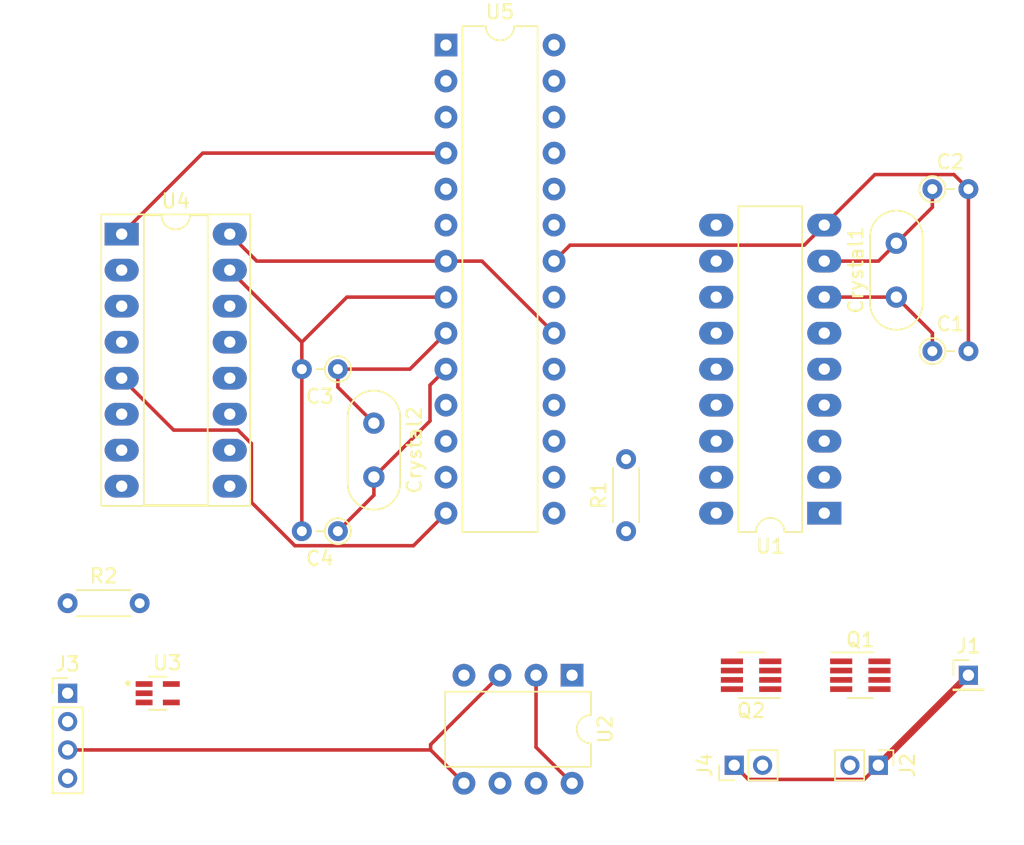
<source format=kicad_pcb>
(kicad_pcb (version 20171130) (host pcbnew "(5.1.10)-1")

  (general
    (thickness 1.6)
    (drawings 0)
    (tracks 51)
    (zones 0)
    (modules 19)
    (nets 54)
  )

  (page A4)
  (layers
    (0 F.Cu signal)
    (31 B.Cu signal)
    (32 B.Adhes user)
    (33 F.Adhes user)
    (34 B.Paste user)
    (35 F.Paste user)
    (36 B.SilkS user)
    (37 F.SilkS user)
    (38 B.Mask user)
    (39 F.Mask user)
    (40 Dwgs.User user)
    (41 Cmts.User user)
    (42 Eco1.User user)
    (43 Eco2.User user)
    (44 Edge.Cuts user)
    (45 Margin user)
    (46 B.CrtYd user)
    (47 F.CrtYd user)
    (48 B.Fab user)
    (49 F.Fab user)
  )

  (setup
    (last_trace_width 0.25)
    (trace_clearance 0.2)
    (zone_clearance 0.508)
    (zone_45_only no)
    (trace_min 0.2)
    (via_size 0.8)
    (via_drill 0.4)
    (via_min_size 0.4)
    (via_min_drill 0.3)
    (uvia_size 0.3)
    (uvia_drill 0.1)
    (uvias_allowed no)
    (uvia_min_size 0.2)
    (uvia_min_drill 0.1)
    (edge_width 0.05)
    (segment_width 0.2)
    (pcb_text_width 0.3)
    (pcb_text_size 1.5 1.5)
    (mod_edge_width 0.12)
    (mod_text_size 1 1)
    (mod_text_width 0.15)
    (pad_size 1.524 1.524)
    (pad_drill 0.762)
    (pad_to_mask_clearance 0)
    (aux_axis_origin 0 0)
    (visible_elements 7FFFFFFF)
    (pcbplotparams
      (layerselection 0x010fc_ffffffff)
      (usegerberextensions false)
      (usegerberattributes true)
      (usegerberadvancedattributes true)
      (creategerberjobfile true)
      (excludeedgelayer true)
      (linewidth 0.100000)
      (plotframeref false)
      (viasonmask false)
      (mode 1)
      (useauxorigin false)
      (hpglpennumber 1)
      (hpglpenspeed 20)
      (hpglpendiameter 15.000000)
      (psnegative false)
      (psa4output false)
      (plotreference true)
      (plotvalue true)
      (plotinvisibletext false)
      (padsonsilk false)
      (subtractmaskfromsilk false)
      (outputformat 1)
      (mirror false)
      (drillshape 1)
      (scaleselection 1)
      (outputdirectory ""))
  )

  (net 0 "")
  (net 1 "Net-(C1-Pad1)")
  (net 2 GND)
  (net 3 "Net-(C2-Pad1)")
  (net 4 ClockIn1)
  (net 5 ClockIn2)
  (net 6 LipoBattery)
  (net 7 "Net-(J2-Pad2)")
  (net 8 "Net-(J3-Pad1)")
  (net 9 "Net-(J3-Pad2)")
  (net 10 5V)
  (net 11 "Net-(J4-Pad2)")
  (net 12 IgnitOne)
  (net 13 IgnitTwo)
  (net 14 "Net-(R1-Pad2)")
  (net 15 "Net-(R2-Pad2)")
  (net 16 "Net-(U1-Pad1)")
  (net 17 "Net-(U1-Pad10)")
  (net 18 "Net-(U1-Pad2)")
  (net 19 "Net-(U1-Pad11)")
  (net 20 "Net-(U1-Pad3)")
  (net 21 Int)
  (net 22 "Net-(U1-Pad4)")
  (net 23 SCK)
  (net 24 "Net-(U1-Pad5)")
  (net 25 SI)
  (net 26 "Net-(U1-Pad6)")
  (net 27 SO)
  (net 28 CS)
  (net 29 CanLow)
  (net 30 CanHigh)
  (net 31 EnableUart)
  (net 32 VCC)
  (net 33 "Net-(U4-Pad9)")
  (net 34 Tx)
  (net 35 "Net-(U4-Pad10)")
  (net 36 "Net-(U4-Pad11)")
  (net 37 "Net-(U4-Pad12)")
  (net 38 Rx)
  (net 39 "Net-(U4-Pad13)")
  (net 40 "Net-(U4-Pad14)")
  (net 41 "Net-(U5-Pad1)")
  (net 42 "Net-(U5-Pad2)")
  (net 43 "Net-(U5-Pad3)")
  (net 44 "Net-(U5-Pad21)")
  (net 45 "Net-(U5-Pad23)")
  (net 46 "Net-(U5-Pad24)")
  (net 47 "Net-(U5-Pad11)")
  (net 48 "Net-(U5-Pad25)")
  (net 49 "Net-(U5-Pad12)")
  (net 50 "Net-(U5-Pad26)")
  (net 51 "Net-(U5-Pad13)")
  (net 52 "Net-(U5-Pad27)")
  (net 53 "Net-(U5-Pad28)")

  (net_class Default "This is the default net class."
    (clearance 0.2)
    (trace_width 0.25)
    (via_dia 0.8)
    (via_drill 0.4)
    (uvia_dia 0.3)
    (uvia_drill 0.1)
    (add_net 5V)
    (add_net CS)
    (add_net CanHigh)
    (add_net CanLow)
    (add_net ClockIn1)
    (add_net ClockIn2)
    (add_net EnableUart)
    (add_net GND)
    (add_net IgnitOne)
    (add_net IgnitTwo)
    (add_net Int)
    (add_net LipoBattery)
    (add_net "Net-(C1-Pad1)")
    (add_net "Net-(C2-Pad1)")
    (add_net "Net-(J2-Pad2)")
    (add_net "Net-(J3-Pad1)")
    (add_net "Net-(J3-Pad2)")
    (add_net "Net-(J4-Pad2)")
    (add_net "Net-(R1-Pad2)")
    (add_net "Net-(R2-Pad2)")
    (add_net "Net-(U1-Pad1)")
    (add_net "Net-(U1-Pad10)")
    (add_net "Net-(U1-Pad11)")
    (add_net "Net-(U1-Pad2)")
    (add_net "Net-(U1-Pad3)")
    (add_net "Net-(U1-Pad4)")
    (add_net "Net-(U1-Pad5)")
    (add_net "Net-(U1-Pad6)")
    (add_net "Net-(U4-Pad10)")
    (add_net "Net-(U4-Pad11)")
    (add_net "Net-(U4-Pad12)")
    (add_net "Net-(U4-Pad13)")
    (add_net "Net-(U4-Pad14)")
    (add_net "Net-(U4-Pad9)")
    (add_net "Net-(U5-Pad1)")
    (add_net "Net-(U5-Pad11)")
    (add_net "Net-(U5-Pad12)")
    (add_net "Net-(U5-Pad13)")
    (add_net "Net-(U5-Pad2)")
    (add_net "Net-(U5-Pad21)")
    (add_net "Net-(U5-Pad23)")
    (add_net "Net-(U5-Pad24)")
    (add_net "Net-(U5-Pad25)")
    (add_net "Net-(U5-Pad26)")
    (add_net "Net-(U5-Pad27)")
    (add_net "Net-(U5-Pad28)")
    (add_net "Net-(U5-Pad3)")
    (add_net Rx)
    (add_net SCK)
    (add_net SI)
    (add_net SO)
    (add_net Tx)
    (add_net VCC)
  )

  (net_class 5V ""
    (clearance 0.2)
    (trace_width 0.5)
    (via_dia 0.8)
    (via_drill 0.4)
    (uvia_dia 0.3)
    (uvia_drill 0.1)
  )

  (net_class HighCurrent ""
    (clearance 0.2)
    (trace_width 0.6)
    (via_dia 0.8)
    (via_drill 0.4)
    (uvia_dia 0.3)
    (uvia_drill 0.1)
  )

  (module Resistor_THT:R_Axial_DIN0204_L3.6mm_D1.6mm_P2.54mm_Vertical (layer F.Cu) (tedit 5AE5139B) (tstamp 6165C2DC)
    (at 114.3 82.55)
    (descr "Resistor, Axial_DIN0204 series, Axial, Vertical, pin pitch=2.54mm, 0.167W, length*diameter=3.6*1.6mm^2, http://cdn-reichelt.de/documents/datenblatt/B400/1_4W%23YAG.pdf")
    (tags "Resistor Axial_DIN0204 series Axial Vertical pin pitch 2.54mm 0.167W length 3.6mm diameter 1.6mm")
    (path /61643131)
    (fp_text reference C1 (at 1.27 -1.92) (layer F.SilkS)
      (effects (font (size 1 1) (thickness 0.15)))
    )
    (fp_text value 22pF (at 1.27 1.92) (layer F.Fab)
      (effects (font (size 1 1) (thickness 0.15)))
    )
    (fp_line (start 3.49 -1.05) (end -1.05 -1.05) (layer F.CrtYd) (width 0.05))
    (fp_line (start 3.49 1.05) (end 3.49 -1.05) (layer F.CrtYd) (width 0.05))
    (fp_line (start -1.05 1.05) (end 3.49 1.05) (layer F.CrtYd) (width 0.05))
    (fp_line (start -1.05 -1.05) (end -1.05 1.05) (layer F.CrtYd) (width 0.05))
    (fp_line (start 0.92 0) (end 1.54 0) (layer F.SilkS) (width 0.12))
    (fp_line (start 0 0) (end 2.54 0) (layer F.Fab) (width 0.1))
    (fp_circle (center 0 0) (end 0.92 0) (layer F.SilkS) (width 0.12))
    (fp_circle (center 0 0) (end 0.8 0) (layer F.Fab) (width 0.1))
    (fp_text user %R (at 1.27 -1.92) (layer F.Fab)
      (effects (font (size 1 1) (thickness 0.15)))
    )
    (pad 1 thru_hole circle (at 0 0) (size 1.4 1.4) (drill 0.7) (layers *.Cu *.Mask)
      (net 1 "Net-(C1-Pad1)"))
    (pad 2 thru_hole oval (at 2.54 0) (size 1.4 1.4) (drill 0.7) (layers *.Cu *.Mask)
      (net 2 GND))
    (model ${KISYS3DMOD}/Resistor_THT.3dshapes/R_Axial_DIN0204_L3.6mm_D1.6mm_P2.54mm_Vertical.wrl
      (at (xyz 0 0 0))
      (scale (xyz 1 1 1))
      (rotate (xyz 0 0 0))
    )
  )

  (module Resistor_THT:R_Axial_DIN0204_L3.6mm_D1.6mm_P2.54mm_Vertical (layer F.Cu) (tedit 5AE5139B) (tstamp 6165C2EB)
    (at 114.3 71.12)
    (descr "Resistor, Axial_DIN0204 series, Axial, Vertical, pin pitch=2.54mm, 0.167W, length*diameter=3.6*1.6mm^2, http://cdn-reichelt.de/documents/datenblatt/B400/1_4W%23YAG.pdf")
    (tags "Resistor Axial_DIN0204 series Axial Vertical pin pitch 2.54mm 0.167W length 3.6mm diameter 1.6mm")
    (path /61643585)
    (fp_text reference C2 (at 1.27 -1.92) (layer F.SilkS)
      (effects (font (size 1 1) (thickness 0.15)))
    )
    (fp_text value 22pF (at 1.27 1.92) (layer F.Fab)
      (effects (font (size 1 1) (thickness 0.15)))
    )
    (fp_text user %R (at 1.27 -1.92) (layer F.Fab)
      (effects (font (size 1 1) (thickness 0.15)))
    )
    (fp_circle (center 0 0) (end 0.8 0) (layer F.Fab) (width 0.1))
    (fp_circle (center 0 0) (end 0.92 0) (layer F.SilkS) (width 0.12))
    (fp_line (start 0 0) (end 2.54 0) (layer F.Fab) (width 0.1))
    (fp_line (start 0.92 0) (end 1.54 0) (layer F.SilkS) (width 0.12))
    (fp_line (start -1.05 -1.05) (end -1.05 1.05) (layer F.CrtYd) (width 0.05))
    (fp_line (start -1.05 1.05) (end 3.49 1.05) (layer F.CrtYd) (width 0.05))
    (fp_line (start 3.49 1.05) (end 3.49 -1.05) (layer F.CrtYd) (width 0.05))
    (fp_line (start 3.49 -1.05) (end -1.05 -1.05) (layer F.CrtYd) (width 0.05))
    (pad 2 thru_hole oval (at 2.54 0) (size 1.4 1.4) (drill 0.7) (layers *.Cu *.Mask)
      (net 2 GND))
    (pad 1 thru_hole circle (at 0 0) (size 1.4 1.4) (drill 0.7) (layers *.Cu *.Mask)
      (net 3 "Net-(C2-Pad1)"))
    (model ${KISYS3DMOD}/Resistor_THT.3dshapes/R_Axial_DIN0204_L3.6mm_D1.6mm_P2.54mm_Vertical.wrl
      (at (xyz 0 0 0))
      (scale (xyz 1 1 1))
      (rotate (xyz 0 0 0))
    )
  )

  (module Resistor_THT:R_Axial_DIN0204_L3.6mm_D1.6mm_P2.54mm_Vertical (layer F.Cu) (tedit 5AE5139B) (tstamp 6165C2FA)
    (at 72.39 83.82 180)
    (descr "Resistor, Axial_DIN0204 series, Axial, Vertical, pin pitch=2.54mm, 0.167W, length*diameter=3.6*1.6mm^2, http://cdn-reichelt.de/documents/datenblatt/B400/1_4W%23YAG.pdf")
    (tags "Resistor Axial_DIN0204 series Axial Vertical pin pitch 2.54mm 0.167W length 3.6mm diameter 1.6mm")
    (path /6172874F)
    (fp_text reference C3 (at 1.27 -1.92) (layer F.SilkS)
      (effects (font (size 1 1) (thickness 0.15)))
    )
    (fp_text value C (at 1.27 1.92) (layer F.Fab)
      (effects (font (size 1 1) (thickness 0.15)))
    )
    (fp_text user %R (at 1.27 -1.92) (layer F.Fab)
      (effects (font (size 1 1) (thickness 0.15)))
    )
    (fp_circle (center 0 0) (end 0.8 0) (layer F.Fab) (width 0.1))
    (fp_circle (center 0 0) (end 0.92 0) (layer F.SilkS) (width 0.12))
    (fp_line (start 0 0) (end 2.54 0) (layer F.Fab) (width 0.1))
    (fp_line (start 0.92 0) (end 1.54 0) (layer F.SilkS) (width 0.12))
    (fp_line (start -1.05 -1.05) (end -1.05 1.05) (layer F.CrtYd) (width 0.05))
    (fp_line (start -1.05 1.05) (end 3.49 1.05) (layer F.CrtYd) (width 0.05))
    (fp_line (start 3.49 1.05) (end 3.49 -1.05) (layer F.CrtYd) (width 0.05))
    (fp_line (start 3.49 -1.05) (end -1.05 -1.05) (layer F.CrtYd) (width 0.05))
    (pad 2 thru_hole oval (at 2.54 0 180) (size 1.4 1.4) (drill 0.7) (layers *.Cu *.Mask)
      (net 2 GND))
    (pad 1 thru_hole circle (at 0 0 180) (size 1.4 1.4) (drill 0.7) (layers *.Cu *.Mask)
      (net 4 ClockIn1))
    (model ${KISYS3DMOD}/Resistor_THT.3dshapes/R_Axial_DIN0204_L3.6mm_D1.6mm_P2.54mm_Vertical.wrl
      (at (xyz 0 0 0))
      (scale (xyz 1 1 1))
      (rotate (xyz 0 0 0))
    )
  )

  (module Resistor_THT:R_Axial_DIN0204_L3.6mm_D1.6mm_P2.54mm_Vertical (layer F.Cu) (tedit 5AE5139B) (tstamp 6165C309)
    (at 72.39 95.25 180)
    (descr "Resistor, Axial_DIN0204 series, Axial, Vertical, pin pitch=2.54mm, 0.167W, length*diameter=3.6*1.6mm^2, http://cdn-reichelt.de/documents/datenblatt/B400/1_4W%23YAG.pdf")
    (tags "Resistor Axial_DIN0204 series Axial Vertical pin pitch 2.54mm 0.167W length 3.6mm diameter 1.6mm")
    (path /61728755)
    (fp_text reference C4 (at 1.27 -1.92) (layer F.SilkS)
      (effects (font (size 1 1) (thickness 0.15)))
    )
    (fp_text value C (at 1.27 1.92) (layer F.Fab)
      (effects (font (size 1 1) (thickness 0.15)))
    )
    (fp_line (start 3.49 -1.05) (end -1.05 -1.05) (layer F.CrtYd) (width 0.05))
    (fp_line (start 3.49 1.05) (end 3.49 -1.05) (layer F.CrtYd) (width 0.05))
    (fp_line (start -1.05 1.05) (end 3.49 1.05) (layer F.CrtYd) (width 0.05))
    (fp_line (start -1.05 -1.05) (end -1.05 1.05) (layer F.CrtYd) (width 0.05))
    (fp_line (start 0.92 0) (end 1.54 0) (layer F.SilkS) (width 0.12))
    (fp_line (start 0 0) (end 2.54 0) (layer F.Fab) (width 0.1))
    (fp_circle (center 0 0) (end 0.92 0) (layer F.SilkS) (width 0.12))
    (fp_circle (center 0 0) (end 0.8 0) (layer F.Fab) (width 0.1))
    (fp_text user %R (at 1.27 -1.92) (layer F.Fab)
      (effects (font (size 1 1) (thickness 0.15)))
    )
    (pad 1 thru_hole circle (at 0 0 180) (size 1.4 1.4) (drill 0.7) (layers *.Cu *.Mask)
      (net 5 ClockIn2))
    (pad 2 thru_hole oval (at 2.54 0 180) (size 1.4 1.4) (drill 0.7) (layers *.Cu *.Mask)
      (net 2 GND))
    (model ${KISYS3DMOD}/Resistor_THT.3dshapes/R_Axial_DIN0204_L3.6mm_D1.6mm_P2.54mm_Vertical.wrl
      (at (xyz 0 0 0))
      (scale (xyz 1 1 1))
      (rotate (xyz 0 0 0))
    )
  )

  (module Crystal:Crystal_HC52-8mm_Vertical (layer F.Cu) (tedit 5A1AD3B8) (tstamp 6165C320)
    (at 111.76 78.74 90)
    (descr "Crystal THT HC-52/8mm, http://www.kvg-gmbh.de/assets/uploads/files/product_pdfs/XS71xx.pdf")
    (tags "THT crystalHC-49/U")
    (path /6164208F)
    (fp_text reference Crystal1 (at 1.9 -2.85 90) (layer F.SilkS)
      (effects (font (size 1 1) (thickness 0.15)))
    )
    (fp_text value 8Mhz (at 1.9 2.85 90) (layer F.Fab)
      (effects (font (size 1 1) (thickness 0.15)))
    )
    (fp_line (start 6.4 -2.1) (end -2.6 -2.1) (layer F.CrtYd) (width 0.05))
    (fp_line (start 6.4 2.1) (end 6.4 -2.1) (layer F.CrtYd) (width 0.05))
    (fp_line (start -2.6 2.1) (end 6.4 2.1) (layer F.CrtYd) (width 0.05))
    (fp_line (start -2.6 -2.1) (end -2.6 2.1) (layer F.CrtYd) (width 0.05))
    (fp_line (start -0.45 1.85) (end 4.25 1.85) (layer F.SilkS) (width 0.12))
    (fp_line (start -0.45 -1.85) (end 4.25 -1.85) (layer F.SilkS) (width 0.12))
    (fp_line (start -0.45 1.15) (end 4.25 1.15) (layer F.Fab) (width 0.1))
    (fp_line (start -0.45 -1.15) (end 4.25 -1.15) (layer F.Fab) (width 0.1))
    (fp_line (start -0.45 1.65) (end 4.25 1.65) (layer F.Fab) (width 0.1))
    (fp_line (start -0.45 -1.65) (end 4.25 -1.65) (layer F.Fab) (width 0.1))
    (fp_text user %R (at 1.9 0 90) (layer F.Fab)
      (effects (font (size 1 1) (thickness 0.15)))
    )
    (fp_arc (start -0.45 0) (end -0.45 -1.65) (angle -180) (layer F.Fab) (width 0.1))
    (fp_arc (start 4.25 0) (end 4.25 -1.65) (angle 180) (layer F.Fab) (width 0.1))
    (fp_arc (start -0.45 0) (end -0.45 -1.15) (angle -180) (layer F.Fab) (width 0.1))
    (fp_arc (start 4.25 0) (end 4.25 -1.15) (angle 180) (layer F.Fab) (width 0.1))
    (fp_arc (start -0.45 0) (end -0.45 -1.85) (angle -180) (layer F.SilkS) (width 0.12))
    (fp_arc (start 4.25 0) (end 4.25 -1.85) (angle 180) (layer F.SilkS) (width 0.12))
    (pad 1 thru_hole circle (at 0 0 90) (size 1.5 1.5) (drill 0.8) (layers *.Cu *.Mask)
      (net 1 "Net-(C1-Pad1)"))
    (pad 2 thru_hole circle (at 3.8 0 90) (size 1.5 1.5) (drill 0.8) (layers *.Cu *.Mask)
      (net 3 "Net-(C2-Pad1)"))
    (model ${KISYS3DMOD}/Crystal.3dshapes/Crystal_HC52-8mm_Vertical.wrl
      (at (xyz 0 0 0))
      (scale (xyz 1 1 1))
      (rotate (xyz 0 0 0))
    )
  )

  (module Crystal:Crystal_HC52-8mm_Vertical (layer F.Cu) (tedit 5A1AD3B8) (tstamp 6165C337)
    (at 74.93 87.63 270)
    (descr "Crystal THT HC-52/8mm, http://www.kvg-gmbh.de/assets/uploads/files/product_pdfs/XS71xx.pdf")
    (tags "THT crystalHC-49/U")
    (path /61728745)
    (fp_text reference Crystal2 (at 1.9 -2.85 90) (layer F.SilkS)
      (effects (font (size 1 1) (thickness 0.15)))
    )
    (fp_text value 16Mhz (at 1.9 2.85 90) (layer F.Fab)
      (effects (font (size 1 1) (thickness 0.15)))
    )
    (fp_arc (start 4.25 0) (end 4.25 -1.85) (angle 180) (layer F.SilkS) (width 0.12))
    (fp_arc (start -0.45 0) (end -0.45 -1.85) (angle -180) (layer F.SilkS) (width 0.12))
    (fp_arc (start 4.25 0) (end 4.25 -1.15) (angle 180) (layer F.Fab) (width 0.1))
    (fp_arc (start -0.45 0) (end -0.45 -1.15) (angle -180) (layer F.Fab) (width 0.1))
    (fp_arc (start 4.25 0) (end 4.25 -1.65) (angle 180) (layer F.Fab) (width 0.1))
    (fp_arc (start -0.45 0) (end -0.45 -1.65) (angle -180) (layer F.Fab) (width 0.1))
    (fp_text user %R (at 1.9 0 90) (layer F.Fab)
      (effects (font (size 1 1) (thickness 0.15)))
    )
    (fp_line (start -0.45 -1.65) (end 4.25 -1.65) (layer F.Fab) (width 0.1))
    (fp_line (start -0.45 1.65) (end 4.25 1.65) (layer F.Fab) (width 0.1))
    (fp_line (start -0.45 -1.15) (end 4.25 -1.15) (layer F.Fab) (width 0.1))
    (fp_line (start -0.45 1.15) (end 4.25 1.15) (layer F.Fab) (width 0.1))
    (fp_line (start -0.45 -1.85) (end 4.25 -1.85) (layer F.SilkS) (width 0.12))
    (fp_line (start -0.45 1.85) (end 4.25 1.85) (layer F.SilkS) (width 0.12))
    (fp_line (start -2.6 -2.1) (end -2.6 2.1) (layer F.CrtYd) (width 0.05))
    (fp_line (start -2.6 2.1) (end 6.4 2.1) (layer F.CrtYd) (width 0.05))
    (fp_line (start 6.4 2.1) (end 6.4 -2.1) (layer F.CrtYd) (width 0.05))
    (fp_line (start 6.4 -2.1) (end -2.6 -2.1) (layer F.CrtYd) (width 0.05))
    (pad 2 thru_hole circle (at 3.8 0 270) (size 1.5 1.5) (drill 0.8) (layers *.Cu *.Mask)
      (net 5 ClockIn2))
    (pad 1 thru_hole circle (at 0 0 270) (size 1.5 1.5) (drill 0.8) (layers *.Cu *.Mask)
      (net 4 ClockIn1))
    (model ${KISYS3DMOD}/Crystal.3dshapes/Crystal_HC52-8mm_Vertical.wrl
      (at (xyz 0 0 0))
      (scale (xyz 1 1 1))
      (rotate (xyz 0 0 0))
    )
  )

  (module Connector_PinHeader_2.00mm:PinHeader_1x01_P2.00mm_Vertical (layer F.Cu) (tedit 59FED667) (tstamp 6165C34C)
    (at 116.84 105.41)
    (descr "Through hole straight pin header, 1x01, 2.00mm pitch, single row")
    (tags "Through hole pin header THT 1x01 2.00mm single row")
    (path /61669D1B)
    (fp_text reference J1 (at 0 -2.06) (layer F.SilkS)
      (effects (font (size 1 1) (thickness 0.15)))
    )
    (fp_text value "Input Lipo" (at 0 2.06) (layer F.Fab)
      (effects (font (size 1 1) (thickness 0.15)))
    )
    (fp_line (start 1.5 -1.5) (end -1.5 -1.5) (layer F.CrtYd) (width 0.05))
    (fp_line (start 1.5 1.5) (end 1.5 -1.5) (layer F.CrtYd) (width 0.05))
    (fp_line (start -1.5 1.5) (end 1.5 1.5) (layer F.CrtYd) (width 0.05))
    (fp_line (start -1.5 -1.5) (end -1.5 1.5) (layer F.CrtYd) (width 0.05))
    (fp_line (start -1.06 -1.06) (end 0 -1.06) (layer F.SilkS) (width 0.12))
    (fp_line (start -1.06 0) (end -1.06 -1.06) (layer F.SilkS) (width 0.12))
    (fp_line (start -1.06 1) (end 1.06 1) (layer F.SilkS) (width 0.12))
    (fp_line (start 1.06 1) (end 1.06 1.06) (layer F.SilkS) (width 0.12))
    (fp_line (start -1.06 1) (end -1.06 1.06) (layer F.SilkS) (width 0.12))
    (fp_line (start -1.06 1.06) (end 1.06 1.06) (layer F.SilkS) (width 0.12))
    (fp_line (start -1 -0.5) (end -0.5 -1) (layer F.Fab) (width 0.1))
    (fp_line (start -1 1) (end -1 -0.5) (layer F.Fab) (width 0.1))
    (fp_line (start 1 1) (end -1 1) (layer F.Fab) (width 0.1))
    (fp_line (start 1 -1) (end 1 1) (layer F.Fab) (width 0.1))
    (fp_line (start -0.5 -1) (end 1 -1) (layer F.Fab) (width 0.1))
    (fp_text user %R (at 0 0 90) (layer F.Fab)
      (effects (font (size 1 1) (thickness 0.15)))
    )
    (pad 1 thru_hole rect (at 0 0) (size 1.35 1.35) (drill 0.8) (layers *.Cu *.Mask)
      (net 6 LipoBattery))
    (model ${KISYS3DMOD}/Connector_PinHeader_2.00mm.3dshapes/PinHeader_1x01_P2.00mm_Vertical.wrl
      (at (xyz 0 0 0))
      (scale (xyz 1 1 1))
      (rotate (xyz 0 0 0))
    )
  )

  (module Connector_PinHeader_2.00mm:PinHeader_1x02_P2.00mm_Vertical (layer F.Cu) (tedit 59FED667) (tstamp 6165C362)
    (at 110.49 111.76 270)
    (descr "Through hole straight pin header, 1x02, 2.00mm pitch, single row")
    (tags "Through hole pin header THT 1x02 2.00mm single row")
    (path /61696200)
    (fp_text reference J2 (at 0 -2.06 90) (layer F.SilkS)
      (effects (font (size 1 1) (thickness 0.15)))
    )
    (fp_text value IgnitOnePinOut (at 0 4.06 90) (layer F.Fab)
      (effects (font (size 1 1) (thickness 0.15)))
    )
    (fp_line (start 1.5 -1.5) (end -1.5 -1.5) (layer F.CrtYd) (width 0.05))
    (fp_line (start 1.5 3.5) (end 1.5 -1.5) (layer F.CrtYd) (width 0.05))
    (fp_line (start -1.5 3.5) (end 1.5 3.5) (layer F.CrtYd) (width 0.05))
    (fp_line (start -1.5 -1.5) (end -1.5 3.5) (layer F.CrtYd) (width 0.05))
    (fp_line (start -1.06 -1.06) (end 0 -1.06) (layer F.SilkS) (width 0.12))
    (fp_line (start -1.06 0) (end -1.06 -1.06) (layer F.SilkS) (width 0.12))
    (fp_line (start -1.06 1) (end 1.06 1) (layer F.SilkS) (width 0.12))
    (fp_line (start 1.06 1) (end 1.06 3.06) (layer F.SilkS) (width 0.12))
    (fp_line (start -1.06 1) (end -1.06 3.06) (layer F.SilkS) (width 0.12))
    (fp_line (start -1.06 3.06) (end 1.06 3.06) (layer F.SilkS) (width 0.12))
    (fp_line (start -1 -0.5) (end -0.5 -1) (layer F.Fab) (width 0.1))
    (fp_line (start -1 3) (end -1 -0.5) (layer F.Fab) (width 0.1))
    (fp_line (start 1 3) (end -1 3) (layer F.Fab) (width 0.1))
    (fp_line (start 1 -1) (end 1 3) (layer F.Fab) (width 0.1))
    (fp_line (start -0.5 -1) (end 1 -1) (layer F.Fab) (width 0.1))
    (fp_text user %R (at 0 1) (layer F.Fab)
      (effects (font (size 1 1) (thickness 0.15)))
    )
    (pad 1 thru_hole rect (at 0 0 270) (size 1.35 1.35) (drill 0.8) (layers *.Cu *.Mask)
      (net 6 LipoBattery))
    (pad 2 thru_hole oval (at 0 2 270) (size 1.35 1.35) (drill 0.8) (layers *.Cu *.Mask)
      (net 7 "Net-(J2-Pad2)"))
    (model ${KISYS3DMOD}/Connector_PinHeader_2.00mm.3dshapes/PinHeader_1x02_P2.00mm_Vertical.wrl
      (at (xyz 0 0 0))
      (scale (xyz 1 1 1))
      (rotate (xyz 0 0 0))
    )
  )

  (module Connector_PinHeader_2.00mm:PinHeader_1x04_P2.00mm_Vertical (layer F.Cu) (tedit 59FED667) (tstamp 6165C37A)
    (at 53.34 106.68)
    (descr "Through hole straight pin header, 1x04, 2.00mm pitch, single row")
    (tags "Through hole pin header THT 1x04 2.00mm single row")
    (path /6164A269)
    (fp_text reference J3 (at 0 -2.06) (layer F.SilkS)
      (effects (font (size 1 1) (thickness 0.15)))
    )
    (fp_text value InputCanBus (at 0 8.06) (layer F.Fab)
      (effects (font (size 1 1) (thickness 0.15)))
    )
    (fp_line (start 1.5 -1.5) (end -1.5 -1.5) (layer F.CrtYd) (width 0.05))
    (fp_line (start 1.5 7.5) (end 1.5 -1.5) (layer F.CrtYd) (width 0.05))
    (fp_line (start -1.5 7.5) (end 1.5 7.5) (layer F.CrtYd) (width 0.05))
    (fp_line (start -1.5 -1.5) (end -1.5 7.5) (layer F.CrtYd) (width 0.05))
    (fp_line (start -1.06 -1.06) (end 0 -1.06) (layer F.SilkS) (width 0.12))
    (fp_line (start -1.06 0) (end -1.06 -1.06) (layer F.SilkS) (width 0.12))
    (fp_line (start -1.06 1) (end 1.06 1) (layer F.SilkS) (width 0.12))
    (fp_line (start 1.06 1) (end 1.06 7.06) (layer F.SilkS) (width 0.12))
    (fp_line (start -1.06 1) (end -1.06 7.06) (layer F.SilkS) (width 0.12))
    (fp_line (start -1.06 7.06) (end 1.06 7.06) (layer F.SilkS) (width 0.12))
    (fp_line (start -1 -0.5) (end -0.5 -1) (layer F.Fab) (width 0.1))
    (fp_line (start -1 7) (end -1 -0.5) (layer F.Fab) (width 0.1))
    (fp_line (start 1 7) (end -1 7) (layer F.Fab) (width 0.1))
    (fp_line (start 1 -1) (end 1 7) (layer F.Fab) (width 0.1))
    (fp_line (start -0.5 -1) (end 1 -1) (layer F.Fab) (width 0.1))
    (fp_text user %R (at 0 3 90) (layer F.Fab)
      (effects (font (size 1 1) (thickness 0.15)))
    )
    (pad 1 thru_hole rect (at 0 0) (size 1.35 1.35) (drill 0.8) (layers *.Cu *.Mask)
      (net 8 "Net-(J3-Pad1)"))
    (pad 2 thru_hole oval (at 0 2) (size 1.35 1.35) (drill 0.8) (layers *.Cu *.Mask)
      (net 9 "Net-(J3-Pad2)"))
    (pad 3 thru_hole oval (at 0 4) (size 1.35 1.35) (drill 0.8) (layers *.Cu *.Mask)
      (net 10 5V))
    (pad 4 thru_hole oval (at 0 6) (size 1.35 1.35) (drill 0.8) (layers *.Cu *.Mask)
      (net 2 GND))
    (model ${KISYS3DMOD}/Connector_PinHeader_2.00mm.3dshapes/PinHeader_1x04_P2.00mm_Vertical.wrl
      (at (xyz 0 0 0))
      (scale (xyz 1 1 1))
      (rotate (xyz 0 0 0))
    )
  )

  (module Connector_PinHeader_2.00mm:PinHeader_1x02_P2.00mm_Vertical (layer F.Cu) (tedit 59FED667) (tstamp 6165C390)
    (at 100.33 111.76 90)
    (descr "Through hole straight pin header, 1x02, 2.00mm pitch, single row")
    (tags "Through hole pin header THT 1x02 2.00mm single row")
    (path /616DB9D4)
    (fp_text reference J4 (at 0 -2.06 90) (layer F.SilkS)
      (effects (font (size 1 1) (thickness 0.15)))
    )
    (fp_text value IgnitTwoPinOut (at 0 4.06 90) (layer F.Fab)
      (effects (font (size 1 1) (thickness 0.15)))
    )
    (fp_text user %R (at 0 1) (layer F.Fab)
      (effects (font (size 1 1) (thickness 0.15)))
    )
    (fp_line (start -0.5 -1) (end 1 -1) (layer F.Fab) (width 0.1))
    (fp_line (start 1 -1) (end 1 3) (layer F.Fab) (width 0.1))
    (fp_line (start 1 3) (end -1 3) (layer F.Fab) (width 0.1))
    (fp_line (start -1 3) (end -1 -0.5) (layer F.Fab) (width 0.1))
    (fp_line (start -1 -0.5) (end -0.5 -1) (layer F.Fab) (width 0.1))
    (fp_line (start -1.06 3.06) (end 1.06 3.06) (layer F.SilkS) (width 0.12))
    (fp_line (start -1.06 1) (end -1.06 3.06) (layer F.SilkS) (width 0.12))
    (fp_line (start 1.06 1) (end 1.06 3.06) (layer F.SilkS) (width 0.12))
    (fp_line (start -1.06 1) (end 1.06 1) (layer F.SilkS) (width 0.12))
    (fp_line (start -1.06 0) (end -1.06 -1.06) (layer F.SilkS) (width 0.12))
    (fp_line (start -1.06 -1.06) (end 0 -1.06) (layer F.SilkS) (width 0.12))
    (fp_line (start -1.5 -1.5) (end -1.5 3.5) (layer F.CrtYd) (width 0.05))
    (fp_line (start -1.5 3.5) (end 1.5 3.5) (layer F.CrtYd) (width 0.05))
    (fp_line (start 1.5 3.5) (end 1.5 -1.5) (layer F.CrtYd) (width 0.05))
    (fp_line (start 1.5 -1.5) (end -1.5 -1.5) (layer F.CrtYd) (width 0.05))
    (pad 2 thru_hole oval (at 0 2 90) (size 1.35 1.35) (drill 0.8) (layers *.Cu *.Mask)
      (net 11 "Net-(J4-Pad2)"))
    (pad 1 thru_hole rect (at 0 0 90) (size 1.35 1.35) (drill 0.8) (layers *.Cu *.Mask)
      (net 6 LipoBattery))
    (model ${KISYS3DMOD}/Connector_PinHeader_2.00mm.3dshapes/PinHeader_1x02_P2.00mm_Vertical.wrl
      (at (xyz 0 0 0))
      (scale (xyz 1 1 1))
      (rotate (xyz 0 0 0))
    )
  )

  (module Package_TO_SOT_SMD:SOT-23-8_Handsoldering (layer F.Cu) (tedit 5A0AB76C) (tstamp 6165C3A8)
    (at 109.22 105.41)
    (descr "8-pin SOT-23 package, Handsoldering, http://www.analog.com/media/en/package-pcb-resources/package/pkg_pdf/sot-23rj/rj_8.pdf")
    (tags "SOT-23-8 Handsoldering")
    (path /6167F055)
    (attr smd)
    (fp_text reference Q1 (at 0 -2.5) (layer F.SilkS)
      (effects (font (size 1 1) (thickness 0.15)))
    )
    (fp_text value AO4576 (at 0 2.5) (layer F.Fab)
      (effects (font (size 1 1) (thickness 0.15)))
    )
    (fp_text user %R (at 0 0 90) (layer F.Fab)
      (effects (font (size 0.5 0.5) (thickness 0.075)))
    )
    (fp_line (start -0.9 1.61) (end 0.9 1.61) (layer F.SilkS) (width 0.12))
    (fp_line (start 0.9 -1.61) (end -2.05 -1.61) (layer F.SilkS) (width 0.12))
    (fp_line (start -2.4 1.8) (end -2.4 -1.8) (layer F.CrtYd) (width 0.05))
    (fp_line (start 2.4 1.8) (end -2.4 1.8) (layer F.CrtYd) (width 0.05))
    (fp_line (start 2.4 -1.8) (end 2.4 1.8) (layer F.CrtYd) (width 0.05))
    (fp_line (start -2.4 -1.8) (end 2.4 -1.8) (layer F.CrtYd) (width 0.05))
    (fp_line (start -0.9 -0.9) (end -0.25 -1.55) (layer F.Fab) (width 0.1))
    (fp_line (start 0.9 -1.55) (end -0.25 -1.55) (layer F.Fab) (width 0.1))
    (fp_line (start -0.9 -0.9) (end -0.9 1.55) (layer F.Fab) (width 0.1))
    (fp_line (start 0.9 1.55) (end -0.9 1.55) (layer F.Fab) (width 0.1))
    (fp_line (start 0.9 -1.55) (end 0.9 1.55) (layer F.Fab) (width 0.1))
    (pad 8 smd rect (at 1.35 -0.98) (size 1.56 0.4) (layers F.Cu F.Paste F.Mask))
    (pad 7 smd rect (at 1.35 -0.33) (size 1.56 0.4) (layers F.Cu F.Paste F.Mask))
    (pad 6 smd rect (at 1.35 0.33) (size 1.56 0.4) (layers F.Cu F.Paste F.Mask))
    (pad 5 smd rect (at 1.35 0.98) (size 1.56 0.4) (layers F.Cu F.Paste F.Mask)
      (net 7 "Net-(J2-Pad2)"))
    (pad 4 smd rect (at -1.35 0.98) (size 1.56 0.4) (layers F.Cu F.Paste F.Mask)
      (net 12 IgnitOne))
    (pad 3 smd rect (at -1.35 0.33) (size 1.56 0.4) (layers F.Cu F.Paste F.Mask)
      (net 2 GND))
    (pad 2 smd rect (at -1.35 -0.33) (size 1.56 0.4) (layers F.Cu F.Paste F.Mask)
      (net 2 GND))
    (pad 1 smd rect (at -1.35 -0.98) (size 1.56 0.4) (layers F.Cu F.Paste F.Mask)
      (net 2 GND))
    (model ${KISYS3DMOD}/Package_TO_SOT_SMD.3dshapes/SOT-23-8.wrl
      (at (xyz 0 0 0))
      (scale (xyz 1 1 1))
      (rotate (xyz 0 0 0))
    )
  )

  (module Package_TO_SOT_SMD:SOT-23-8_Handsoldering (layer F.Cu) (tedit 5A0AB76C) (tstamp 6165C3C0)
    (at 101.52 105.41 180)
    (descr "8-pin SOT-23 package, Handsoldering, http://www.analog.com/media/en/package-pcb-resources/package/pkg_pdf/sot-23rj/rj_8.pdf")
    (tags "SOT-23-8 Handsoldering")
    (path /616DB9CC)
    (attr smd)
    (fp_text reference Q2 (at 0 -2.5) (layer F.SilkS)
      (effects (font (size 1 1) (thickness 0.15)))
    )
    (fp_text value AO4576 (at 0 2.5) (layer F.Fab)
      (effects (font (size 1 1) (thickness 0.15)))
    )
    (fp_line (start 0.9 -1.55) (end 0.9 1.55) (layer F.Fab) (width 0.1))
    (fp_line (start 0.9 1.55) (end -0.9 1.55) (layer F.Fab) (width 0.1))
    (fp_line (start -0.9 -0.9) (end -0.9 1.55) (layer F.Fab) (width 0.1))
    (fp_line (start 0.9 -1.55) (end -0.25 -1.55) (layer F.Fab) (width 0.1))
    (fp_line (start -0.9 -0.9) (end -0.25 -1.55) (layer F.Fab) (width 0.1))
    (fp_line (start -2.4 -1.8) (end 2.4 -1.8) (layer F.CrtYd) (width 0.05))
    (fp_line (start 2.4 -1.8) (end 2.4 1.8) (layer F.CrtYd) (width 0.05))
    (fp_line (start 2.4 1.8) (end -2.4 1.8) (layer F.CrtYd) (width 0.05))
    (fp_line (start -2.4 1.8) (end -2.4 -1.8) (layer F.CrtYd) (width 0.05))
    (fp_line (start 0.9 -1.61) (end -2.05 -1.61) (layer F.SilkS) (width 0.12))
    (fp_line (start -0.9 1.61) (end 0.9 1.61) (layer F.SilkS) (width 0.12))
    (fp_text user %R (at 0 0 90) (layer F.Fab)
      (effects (font (size 0.5 0.5) (thickness 0.075)))
    )
    (pad 1 smd rect (at -1.35 -0.98 180) (size 1.56 0.4) (layers F.Cu F.Paste F.Mask)
      (net 2 GND))
    (pad 2 smd rect (at -1.35 -0.33 180) (size 1.56 0.4) (layers F.Cu F.Paste F.Mask)
      (net 2 GND))
    (pad 3 smd rect (at -1.35 0.33 180) (size 1.56 0.4) (layers F.Cu F.Paste F.Mask)
      (net 2 GND))
    (pad 4 smd rect (at -1.35 0.98 180) (size 1.56 0.4) (layers F.Cu F.Paste F.Mask)
      (net 13 IgnitTwo))
    (pad 5 smd rect (at 1.35 0.98 180) (size 1.56 0.4) (layers F.Cu F.Paste F.Mask)
      (net 11 "Net-(J4-Pad2)"))
    (pad 6 smd rect (at 1.35 0.33 180) (size 1.56 0.4) (layers F.Cu F.Paste F.Mask))
    (pad 7 smd rect (at 1.35 -0.33 180) (size 1.56 0.4) (layers F.Cu F.Paste F.Mask))
    (pad 8 smd rect (at 1.35 -0.98 180) (size 1.56 0.4) (layers F.Cu F.Paste F.Mask))
    (model ${KISYS3DMOD}/Package_TO_SOT_SMD.3dshapes/SOT-23-8.wrl
      (at (xyz 0 0 0))
      (scale (xyz 1 1 1))
      (rotate (xyz 0 0 0))
    )
  )

  (module Resistor_THT:R_Axial_DIN0204_L3.6mm_D1.6mm_P5.08mm_Horizontal (layer F.Cu) (tedit 5AE5139B) (tstamp 6165C3D3)
    (at 92.71 95.25 90)
    (descr "Resistor, Axial_DIN0204 series, Axial, Horizontal, pin pitch=5.08mm, 0.167W, length*diameter=3.6*1.6mm^2, http://cdn-reichelt.de/documents/datenblatt/B400/1_4W%23YAG.pdf")
    (tags "Resistor Axial_DIN0204 series Axial Horizontal pin pitch 5.08mm 0.167W length 3.6mm diameter 1.6mm")
    (path /6163DD79)
    (fp_text reference R1 (at 2.54 -1.92 90) (layer F.SilkS)
      (effects (font (size 1 1) (thickness 0.15)))
    )
    (fp_text value 1k (at 2.54 1.92 90) (layer F.Fab)
      (effects (font (size 1 1) (thickness 0.15)))
    )
    (fp_line (start 6.03 -1.05) (end -0.95 -1.05) (layer F.CrtYd) (width 0.05))
    (fp_line (start 6.03 1.05) (end 6.03 -1.05) (layer F.CrtYd) (width 0.05))
    (fp_line (start -0.95 1.05) (end 6.03 1.05) (layer F.CrtYd) (width 0.05))
    (fp_line (start -0.95 -1.05) (end -0.95 1.05) (layer F.CrtYd) (width 0.05))
    (fp_line (start 0.62 0.92) (end 4.46 0.92) (layer F.SilkS) (width 0.12))
    (fp_line (start 0.62 -0.92) (end 4.46 -0.92) (layer F.SilkS) (width 0.12))
    (fp_line (start 5.08 0) (end 4.34 0) (layer F.Fab) (width 0.1))
    (fp_line (start 0 0) (end 0.74 0) (layer F.Fab) (width 0.1))
    (fp_line (start 4.34 -0.8) (end 0.74 -0.8) (layer F.Fab) (width 0.1))
    (fp_line (start 4.34 0.8) (end 4.34 -0.8) (layer F.Fab) (width 0.1))
    (fp_line (start 0.74 0.8) (end 4.34 0.8) (layer F.Fab) (width 0.1))
    (fp_line (start 0.74 -0.8) (end 0.74 0.8) (layer F.Fab) (width 0.1))
    (fp_text user %R (at 2.54 0 90) (layer F.Fab)
      (effects (font (size 0.72 0.72) (thickness 0.108)))
    )
    (pad 1 thru_hole circle (at 0 0 90) (size 1.4 1.4) (drill 0.7) (layers *.Cu *.Mask)
      (net 10 5V))
    (pad 2 thru_hole oval (at 5.08 0 90) (size 1.4 1.4) (drill 0.7) (layers *.Cu *.Mask)
      (net 14 "Net-(R1-Pad2)"))
    (model ${KISYS3DMOD}/Resistor_THT.3dshapes/R_Axial_DIN0204_L3.6mm_D1.6mm_P5.08mm_Horizontal.wrl
      (at (xyz 0 0 0))
      (scale (xyz 1 1 1))
      (rotate (xyz 0 0 0))
    )
  )

  (module Resistor_THT:R_Axial_DIN0204_L3.6mm_D1.6mm_P5.08mm_Horizontal (layer F.Cu) (tedit 5AE5139B) (tstamp 6165CEBE)
    (at 53.34 100.33)
    (descr "Resistor, Axial_DIN0204 series, Axial, Horizontal, pin pitch=5.08mm, 0.167W, length*diameter=3.6*1.6mm^2, http://cdn-reichelt.de/documents/datenblatt/B400/1_4W%23YAG.pdf")
    (tags "Resistor Axial_DIN0204 series Axial Horizontal pin pitch 5.08mm 0.167W length 3.6mm diameter 1.6mm")
    (path /6164EB28)
    (fp_text reference R2 (at 2.54 -1.92) (layer F.SilkS)
      (effects (font (size 1 1) (thickness 0.15)))
    )
    (fp_text value 10k (at 2.54 1.92) (layer F.Fab)
      (effects (font (size 1 1) (thickness 0.15)))
    )
    (fp_text user %R (at 2.54 0) (layer F.Fab)
      (effects (font (size 0.72 0.72) (thickness 0.108)))
    )
    (fp_line (start 0.74 -0.8) (end 0.74 0.8) (layer F.Fab) (width 0.1))
    (fp_line (start 0.74 0.8) (end 4.34 0.8) (layer F.Fab) (width 0.1))
    (fp_line (start 4.34 0.8) (end 4.34 -0.8) (layer F.Fab) (width 0.1))
    (fp_line (start 4.34 -0.8) (end 0.74 -0.8) (layer F.Fab) (width 0.1))
    (fp_line (start 0 0) (end 0.74 0) (layer F.Fab) (width 0.1))
    (fp_line (start 5.08 0) (end 4.34 0) (layer F.Fab) (width 0.1))
    (fp_line (start 0.62 -0.92) (end 4.46 -0.92) (layer F.SilkS) (width 0.12))
    (fp_line (start 0.62 0.92) (end 4.46 0.92) (layer F.SilkS) (width 0.12))
    (fp_line (start -0.95 -1.05) (end -0.95 1.05) (layer F.CrtYd) (width 0.05))
    (fp_line (start -0.95 1.05) (end 6.03 1.05) (layer F.CrtYd) (width 0.05))
    (fp_line (start 6.03 1.05) (end 6.03 -1.05) (layer F.CrtYd) (width 0.05))
    (fp_line (start 6.03 -1.05) (end -0.95 -1.05) (layer F.CrtYd) (width 0.05))
    (pad 2 thru_hole oval (at 5.08 0) (size 1.4 1.4) (drill 0.7) (layers *.Cu *.Mask)
      (net 15 "Net-(R2-Pad2)"))
    (pad 1 thru_hole circle (at 0 0) (size 1.4 1.4) (drill 0.7) (layers *.Cu *.Mask)
      (net 9 "Net-(J3-Pad2)"))
    (model ${KISYS3DMOD}/Resistor_THT.3dshapes/R_Axial_DIN0204_L3.6mm_D1.6mm_P5.08mm_Horizontal.wrl
      (at (xyz 0 0 0))
      (scale (xyz 1 1 1))
      (rotate (xyz 0 0 0))
    )
  )

  (module Package_DIP:DIP-18_W7.62mm_LongPads (layer F.Cu) (tedit 5A02E8C5) (tstamp 6165C40C)
    (at 106.68 93.98 180)
    (descr "18-lead though-hole mounted DIP package, row spacing 7.62 mm (300 mils), LongPads")
    (tags "THT DIP DIL PDIP 2.54mm 7.62mm 300mil LongPads")
    (path /61637FC9)
    (fp_text reference U1 (at 3.81 -2.33) (layer F.SilkS)
      (effects (font (size 1 1) (thickness 0.15)))
    )
    (fp_text value MCP2515-xSO (at 3.81 22.65) (layer F.Fab)
      (effects (font (size 1 1) (thickness 0.15)))
    )
    (fp_line (start 9.1 -1.55) (end -1.45 -1.55) (layer F.CrtYd) (width 0.05))
    (fp_line (start 9.1 21.85) (end 9.1 -1.55) (layer F.CrtYd) (width 0.05))
    (fp_line (start -1.45 21.85) (end 9.1 21.85) (layer F.CrtYd) (width 0.05))
    (fp_line (start -1.45 -1.55) (end -1.45 21.85) (layer F.CrtYd) (width 0.05))
    (fp_line (start 6.06 -1.33) (end 4.81 -1.33) (layer F.SilkS) (width 0.12))
    (fp_line (start 6.06 21.65) (end 6.06 -1.33) (layer F.SilkS) (width 0.12))
    (fp_line (start 1.56 21.65) (end 6.06 21.65) (layer F.SilkS) (width 0.12))
    (fp_line (start 1.56 -1.33) (end 1.56 21.65) (layer F.SilkS) (width 0.12))
    (fp_line (start 2.81 -1.33) (end 1.56 -1.33) (layer F.SilkS) (width 0.12))
    (fp_line (start 0.635 -0.27) (end 1.635 -1.27) (layer F.Fab) (width 0.1))
    (fp_line (start 0.635 21.59) (end 0.635 -0.27) (layer F.Fab) (width 0.1))
    (fp_line (start 6.985 21.59) (end 0.635 21.59) (layer F.Fab) (width 0.1))
    (fp_line (start 6.985 -1.27) (end 6.985 21.59) (layer F.Fab) (width 0.1))
    (fp_line (start 1.635 -1.27) (end 6.985 -1.27) (layer F.Fab) (width 0.1))
    (fp_arc (start 3.81 -1.33) (end 2.81 -1.33) (angle -180) (layer F.SilkS) (width 0.12))
    (fp_text user %R (at 3.81 10.16) (layer F.Fab)
      (effects (font (size 1 1) (thickness 0.15)))
    )
    (pad 1 thru_hole rect (at 0 0 180) (size 2.4 1.6) (drill 0.8) (layers *.Cu *.Mask)
      (net 16 "Net-(U1-Pad1)"))
    (pad 10 thru_hole oval (at 7.62 20.32 180) (size 2.4 1.6) (drill 0.8) (layers *.Cu *.Mask)
      (net 17 "Net-(U1-Pad10)"))
    (pad 2 thru_hole oval (at 0 2.54 180) (size 2.4 1.6) (drill 0.8) (layers *.Cu *.Mask)
      (net 18 "Net-(U1-Pad2)"))
    (pad 11 thru_hole oval (at 7.62 17.78 180) (size 2.4 1.6) (drill 0.8) (layers *.Cu *.Mask)
      (net 19 "Net-(U1-Pad11)"))
    (pad 3 thru_hole oval (at 0 5.08 180) (size 2.4 1.6) (drill 0.8) (layers *.Cu *.Mask)
      (net 20 "Net-(U1-Pad3)"))
    (pad 12 thru_hole oval (at 7.62 15.24 180) (size 2.4 1.6) (drill 0.8) (layers *.Cu *.Mask)
      (net 21 Int))
    (pad 4 thru_hole oval (at 0 7.62 180) (size 2.4 1.6) (drill 0.8) (layers *.Cu *.Mask)
      (net 22 "Net-(U1-Pad4)"))
    (pad 13 thru_hole oval (at 7.62 12.7 180) (size 2.4 1.6) (drill 0.8) (layers *.Cu *.Mask)
      (net 23 SCK))
    (pad 5 thru_hole oval (at 0 10.16 180) (size 2.4 1.6) (drill 0.8) (layers *.Cu *.Mask)
      (net 24 "Net-(U1-Pad5)"))
    (pad 14 thru_hole oval (at 7.62 10.16 180) (size 2.4 1.6) (drill 0.8) (layers *.Cu *.Mask)
      (net 25 SI))
    (pad 6 thru_hole oval (at 0 12.7 180) (size 2.4 1.6) (drill 0.8) (layers *.Cu *.Mask)
      (net 26 "Net-(U1-Pad6)"))
    (pad 15 thru_hole oval (at 7.62 7.62 180) (size 2.4 1.6) (drill 0.8) (layers *.Cu *.Mask)
      (net 27 SO))
    (pad 7 thru_hole oval (at 0 15.24 180) (size 2.4 1.6) (drill 0.8) (layers *.Cu *.Mask)
      (net 1 "Net-(C1-Pad1)"))
    (pad 16 thru_hole oval (at 7.62 5.08 180) (size 2.4 1.6) (drill 0.8) (layers *.Cu *.Mask)
      (net 28 CS))
    (pad 8 thru_hole oval (at 0 17.78 180) (size 2.4 1.6) (drill 0.8) (layers *.Cu *.Mask)
      (net 3 "Net-(C2-Pad1)"))
    (pad 17 thru_hole oval (at 7.62 2.54 180) (size 2.4 1.6) (drill 0.8) (layers *.Cu *.Mask)
      (net 14 "Net-(R1-Pad2)"))
    (pad 9 thru_hole oval (at 0 20.32 180) (size 2.4 1.6) (drill 0.8) (layers *.Cu *.Mask)
      (net 2 GND))
    (pad 18 thru_hole oval (at 7.62 0 180) (size 2.4 1.6) (drill 0.8) (layers *.Cu *.Mask)
      (net 10 5V))
    (model ${KISYS3DMOD}/Package_DIP.3dshapes/DIP-18_W7.62mm.wrl
      (at (xyz 0 0 0))
      (scale (xyz 1 1 1))
      (rotate (xyz 0 0 0))
    )
  )

  (module Package_DIP:DIP-8_W7.62mm (layer F.Cu) (tedit 5A02E8C5) (tstamp 6165C428)
    (at 88.9 105.41 270)
    (descr "8-lead though-hole mounted DIP package, row spacing 7.62 mm (300 mils)")
    (tags "THT DIP DIL PDIP 2.54mm 7.62mm 300mil")
    (path /61639619)
    (fp_text reference U2 (at 3.81 -2.33 90) (layer F.SilkS)
      (effects (font (size 1 1) (thickness 0.15)))
    )
    (fp_text value MCP2551-I-P (at 3.81 9.95 90) (layer F.Fab)
      (effects (font (size 1 1) (thickness 0.15)))
    )
    (fp_line (start 8.7 -1.55) (end -1.1 -1.55) (layer F.CrtYd) (width 0.05))
    (fp_line (start 8.7 9.15) (end 8.7 -1.55) (layer F.CrtYd) (width 0.05))
    (fp_line (start -1.1 9.15) (end 8.7 9.15) (layer F.CrtYd) (width 0.05))
    (fp_line (start -1.1 -1.55) (end -1.1 9.15) (layer F.CrtYd) (width 0.05))
    (fp_line (start 6.46 -1.33) (end 4.81 -1.33) (layer F.SilkS) (width 0.12))
    (fp_line (start 6.46 8.95) (end 6.46 -1.33) (layer F.SilkS) (width 0.12))
    (fp_line (start 1.16 8.95) (end 6.46 8.95) (layer F.SilkS) (width 0.12))
    (fp_line (start 1.16 -1.33) (end 1.16 8.95) (layer F.SilkS) (width 0.12))
    (fp_line (start 2.81 -1.33) (end 1.16 -1.33) (layer F.SilkS) (width 0.12))
    (fp_line (start 0.635 -0.27) (end 1.635 -1.27) (layer F.Fab) (width 0.1))
    (fp_line (start 0.635 8.89) (end 0.635 -0.27) (layer F.Fab) (width 0.1))
    (fp_line (start 6.985 8.89) (end 0.635 8.89) (layer F.Fab) (width 0.1))
    (fp_line (start 6.985 -1.27) (end 6.985 8.89) (layer F.Fab) (width 0.1))
    (fp_line (start 1.635 -1.27) (end 6.985 -1.27) (layer F.Fab) (width 0.1))
    (fp_arc (start 3.81 -1.33) (end 2.81 -1.33) (angle -180) (layer F.SilkS) (width 0.12))
    (fp_text user %R (at 3.81 3.81 90) (layer F.Fab)
      (effects (font (size 1 1) (thickness 0.15)))
    )
    (pad 1 thru_hole rect (at 0 0 270) (size 1.6 1.6) (drill 0.8) (layers *.Cu *.Mask)
      (net 16 "Net-(U1-Pad1)"))
    (pad 5 thru_hole oval (at 7.62 7.62 270) (size 1.6 1.6) (drill 0.8) (layers *.Cu *.Mask)
      (net 10 5V))
    (pad 2 thru_hole oval (at 0 2.54 270) (size 1.6 1.6) (drill 0.8) (layers *.Cu *.Mask)
      (net 2 GND))
    (pad 6 thru_hole oval (at 7.62 5.08 270) (size 1.6 1.6) (drill 0.8) (layers *.Cu *.Mask)
      (net 29 CanLow))
    (pad 3 thru_hole oval (at 0 5.08 270) (size 1.6 1.6) (drill 0.8) (layers *.Cu *.Mask)
      (net 10 5V))
    (pad 7 thru_hole oval (at 7.62 2.54 270) (size 1.6 1.6) (drill 0.8) (layers *.Cu *.Mask)
      (net 30 CanHigh))
    (pad 4 thru_hole oval (at 0 7.62 270) (size 1.6 1.6) (drill 0.8) (layers *.Cu *.Mask)
      (net 18 "Net-(U1-Pad2)"))
    (pad 8 thru_hole oval (at 7.62 0 270) (size 1.6 1.6) (drill 0.8) (layers *.Cu *.Mask)
      (net 2 GND))
    (model ${KISYS3DMOD}/Package_DIP.3dshapes/DIP-8_W7.62mm.wrl
      (at (xyz 0 0 0))
      (scale (xyz 1 1 1))
      (rotate (xyz 0 0 0))
    )
  )

  (module Libs:SOT65P210X110-5N (layer F.Cu) (tedit 61640626) (tstamp 6165C43D)
    (at 59.69 106.68)
    (path /6164DD02)
    (fp_text reference U3 (at 0.675 -2.135) (layer F.SilkS)
      (effects (font (size 1 1) (thickness 0.15)))
    )
    (fp_text value 74AHC1G126 (at 7.66 2.135) (layer F.Fab)
      (effects (font (size 1 1) (thickness 0.15)))
    )
    (fp_line (start -0.625 1.17) (end 0.625 1.17) (layer F.SilkS) (width 0.127))
    (fp_line (start 0.625 -1.17) (end -0.625 -1.17) (layer F.SilkS) (width 0.127))
    (fp_circle (center -2.103 -0.707) (end -2.003 -0.707) (layer F.Fab) (width 0.2))
    (fp_circle (center -2.103 -0.707) (end -2.003 -0.707) (layer F.SilkS) (width 0.2))
    (fp_line (start 1.805 -1.25) (end -1.805 -1.25) (layer F.CrtYd) (width 0.05))
    (fp_line (start 1.805 1.25) (end 1.805 -1.25) (layer F.CrtYd) (width 0.05))
    (fp_line (start -1.805 1.25) (end 1.805 1.25) (layer F.CrtYd) (width 0.05))
    (fp_line (start -1.805 -1.25) (end -1.805 1.25) (layer F.CrtYd) (width 0.05))
    (fp_line (start 0.625 1) (end 0.625 -1) (layer F.Fab) (width 0.127))
    (fp_line (start -0.625 1) (end 0.625 1) (layer F.Fab) (width 0.127))
    (fp_line (start -0.625 -1) (end -0.625 1) (layer F.Fab) (width 0.127))
    (fp_line (start 0.625 -1) (end -0.625 -1) (layer F.Fab) (width 0.127))
    (pad 1 smd roundrect (at -0.96 -0.65) (size 1.19 0.4) (layers F.Cu F.Paste F.Mask) (roundrect_rratio 0.05)
      (net 31 EnableUart))
    (pad 2 smd roundrect (at -0.96 0) (size 1.19 0.4) (layers F.Cu F.Paste F.Mask) (roundrect_rratio 0.05)
      (net 15 "Net-(R2-Pad2)"))
    (pad 3 smd roundrect (at -0.96 0.65) (size 1.19 0.4) (layers F.Cu F.Paste F.Mask) (roundrect_rratio 0.05)
      (net 2 GND))
    (pad 4 smd roundrect (at 0.96 0.65) (size 1.19 0.4) (layers F.Cu F.Paste F.Mask) (roundrect_rratio 0.05)
      (net 8 "Net-(J3-Pad1)"))
    (pad 5 smd roundrect (at 0.96 -0.65) (size 1.19 0.4) (layers F.Cu F.Paste F.Mask) (roundrect_rratio 0.05)
      (net 32 VCC))
  )

  (module Package_DIP:DIP-16_W7.62mm_Socket_LongPads (layer F.Cu) (tedit 5A02E8C5) (tstamp 6165C469)
    (at 57.15 74.295)
    (descr "16-lead though-hole mounted DIP package, row spacing 7.62 mm (300 mils), Socket, LongPads")
    (tags "THT DIP DIL PDIP 2.54mm 7.62mm 300mil Socket LongPads")
    (path /61652466)
    (fp_text reference U4 (at 3.81 -2.33) (layer F.SilkS)
      (effects (font (size 1 1) (thickness 0.15)))
    )
    (fp_text value 74LS157 (at 3.81 20.11) (layer F.Fab)
      (effects (font (size 1 1) (thickness 0.15)))
    )
    (fp_line (start 9.15 -1.6) (end -1.55 -1.6) (layer F.CrtYd) (width 0.05))
    (fp_line (start 9.15 19.4) (end 9.15 -1.6) (layer F.CrtYd) (width 0.05))
    (fp_line (start -1.55 19.4) (end 9.15 19.4) (layer F.CrtYd) (width 0.05))
    (fp_line (start -1.55 -1.6) (end -1.55 19.4) (layer F.CrtYd) (width 0.05))
    (fp_line (start 9.06 -1.39) (end -1.44 -1.39) (layer F.SilkS) (width 0.12))
    (fp_line (start 9.06 19.17) (end 9.06 -1.39) (layer F.SilkS) (width 0.12))
    (fp_line (start -1.44 19.17) (end 9.06 19.17) (layer F.SilkS) (width 0.12))
    (fp_line (start -1.44 -1.39) (end -1.44 19.17) (layer F.SilkS) (width 0.12))
    (fp_line (start 6.06 -1.33) (end 4.81 -1.33) (layer F.SilkS) (width 0.12))
    (fp_line (start 6.06 19.11) (end 6.06 -1.33) (layer F.SilkS) (width 0.12))
    (fp_line (start 1.56 19.11) (end 6.06 19.11) (layer F.SilkS) (width 0.12))
    (fp_line (start 1.56 -1.33) (end 1.56 19.11) (layer F.SilkS) (width 0.12))
    (fp_line (start 2.81 -1.33) (end 1.56 -1.33) (layer F.SilkS) (width 0.12))
    (fp_line (start 8.89 -1.33) (end -1.27 -1.33) (layer F.Fab) (width 0.1))
    (fp_line (start 8.89 19.11) (end 8.89 -1.33) (layer F.Fab) (width 0.1))
    (fp_line (start -1.27 19.11) (end 8.89 19.11) (layer F.Fab) (width 0.1))
    (fp_line (start -1.27 -1.33) (end -1.27 19.11) (layer F.Fab) (width 0.1))
    (fp_line (start 0.635 -0.27) (end 1.635 -1.27) (layer F.Fab) (width 0.1))
    (fp_line (start 0.635 19.05) (end 0.635 -0.27) (layer F.Fab) (width 0.1))
    (fp_line (start 6.985 19.05) (end 0.635 19.05) (layer F.Fab) (width 0.1))
    (fp_line (start 6.985 -1.27) (end 6.985 19.05) (layer F.Fab) (width 0.1))
    (fp_line (start 1.635 -1.27) (end 6.985 -1.27) (layer F.Fab) (width 0.1))
    (fp_arc (start 3.81 -1.33) (end 2.81 -1.33) (angle -180) (layer F.SilkS) (width 0.12))
    (fp_text user %R (at 3.81 8.89) (layer F.Fab)
      (effects (font (size 1 1) (thickness 0.15)))
    )
    (pad 1 thru_hole rect (at 0 0) (size 2.4 1.6) (drill 0.8) (layers *.Cu *.Mask)
      (net 31 EnableUart))
    (pad 9 thru_hole oval (at 7.62 17.78) (size 2.4 1.6) (drill 0.8) (layers *.Cu *.Mask)
      (net 33 "Net-(U4-Pad9)"))
    (pad 2 thru_hole oval (at 0 2.54) (size 2.4 1.6) (drill 0.8) (layers *.Cu *.Mask)
      (net 34 Tx))
    (pad 10 thru_hole oval (at 7.62 15.24) (size 2.4 1.6) (drill 0.8) (layers *.Cu *.Mask)
      (net 35 "Net-(U4-Pad10)"))
    (pad 3 thru_hole oval (at 0 5.08) (size 2.4 1.6) (drill 0.8) (layers *.Cu *.Mask)
      (net 30 CanHigh))
    (pad 11 thru_hole oval (at 7.62 12.7) (size 2.4 1.6) (drill 0.8) (layers *.Cu *.Mask)
      (net 36 "Net-(U4-Pad11)"))
    (pad 4 thru_hole oval (at 0 7.62) (size 2.4 1.6) (drill 0.8) (layers *.Cu *.Mask)
      (net 8 "Net-(J3-Pad1)"))
    (pad 12 thru_hole oval (at 7.62 10.16) (size 2.4 1.6) (drill 0.8) (layers *.Cu *.Mask)
      (net 37 "Net-(U4-Pad12)"))
    (pad 5 thru_hole oval (at 0 10.16) (size 2.4 1.6) (drill 0.8) (layers *.Cu *.Mask)
      (net 38 Rx))
    (pad 13 thru_hole oval (at 7.62 7.62) (size 2.4 1.6) (drill 0.8) (layers *.Cu *.Mask)
      (net 39 "Net-(U4-Pad13)"))
    (pad 6 thru_hole oval (at 0 12.7) (size 2.4 1.6) (drill 0.8) (layers *.Cu *.Mask)
      (net 29 CanLow))
    (pad 14 thru_hole oval (at 7.62 5.08) (size 2.4 1.6) (drill 0.8) (layers *.Cu *.Mask)
      (net 40 "Net-(U4-Pad14)"))
    (pad 7 thru_hole oval (at 0 15.24) (size 2.4 1.6) (drill 0.8) (layers *.Cu *.Mask)
      (net 9 "Net-(J3-Pad2)"))
    (pad 15 thru_hole oval (at 7.62 2.54) (size 2.4 1.6) (drill 0.8) (layers *.Cu *.Mask)
      (net 2 GND))
    (pad 8 thru_hole oval (at 0 17.78) (size 2.4 1.6) (drill 0.8) (layers *.Cu *.Mask)
      (net 2 GND))
    (pad 16 thru_hole oval (at 7.62 0) (size 2.4 1.6) (drill 0.8) (layers *.Cu *.Mask)
      (net 10 5V))
    (model ${KISYS3DMOD}/Package_DIP.3dshapes/DIP-16_W7.62mm_Socket.wrl
      (at (xyz 0 0 0))
      (scale (xyz 1 1 1))
      (rotate (xyz 0 0 0))
    )
  )

  (module Package_DIP:DIP-28_W7.62mm (layer F.Cu) (tedit 5A02E8C5) (tstamp 6165C499)
    (at 80.01 60.96)
    (descr "28-lead though-hole mounted DIP package, row spacing 7.62 mm (300 mils)")
    (tags "THT DIP DIL PDIP 2.54mm 7.62mm 300mil")
    (path /61663585)
    (fp_text reference U5 (at 3.81 -2.33) (layer F.SilkS)
      (effects (font (size 1 1) (thickness 0.15)))
    )
    (fp_text value ATmega328P-PU (at 3.81 35.35) (layer F.Fab)
      (effects (font (size 1 1) (thickness 0.15)))
    )
    (fp_line (start 8.7 -1.55) (end -1.1 -1.55) (layer F.CrtYd) (width 0.05))
    (fp_line (start 8.7 34.55) (end 8.7 -1.55) (layer F.CrtYd) (width 0.05))
    (fp_line (start -1.1 34.55) (end 8.7 34.55) (layer F.CrtYd) (width 0.05))
    (fp_line (start -1.1 -1.55) (end -1.1 34.55) (layer F.CrtYd) (width 0.05))
    (fp_line (start 6.46 -1.33) (end 4.81 -1.33) (layer F.SilkS) (width 0.12))
    (fp_line (start 6.46 34.35) (end 6.46 -1.33) (layer F.SilkS) (width 0.12))
    (fp_line (start 1.16 34.35) (end 6.46 34.35) (layer F.SilkS) (width 0.12))
    (fp_line (start 1.16 -1.33) (end 1.16 34.35) (layer F.SilkS) (width 0.12))
    (fp_line (start 2.81 -1.33) (end 1.16 -1.33) (layer F.SilkS) (width 0.12))
    (fp_line (start 0.635 -0.27) (end 1.635 -1.27) (layer F.Fab) (width 0.1))
    (fp_line (start 0.635 34.29) (end 0.635 -0.27) (layer F.Fab) (width 0.1))
    (fp_line (start 6.985 34.29) (end 0.635 34.29) (layer F.Fab) (width 0.1))
    (fp_line (start 6.985 -1.27) (end 6.985 34.29) (layer F.Fab) (width 0.1))
    (fp_line (start 1.635 -1.27) (end 6.985 -1.27) (layer F.Fab) (width 0.1))
    (fp_arc (start 3.81 -1.33) (end 2.81 -1.33) (angle -180) (layer F.SilkS) (width 0.12))
    (fp_text user %R (at 3.81 16.51) (layer F.Fab)
      (effects (font (size 1 1) (thickness 0.15)))
    )
    (pad 1 thru_hole rect (at 0 0) (size 1.6 1.6) (drill 0.8) (layers *.Cu *.Mask)
      (net 41 "Net-(U5-Pad1)"))
    (pad 15 thru_hole oval (at 7.62 33.02) (size 1.6 1.6) (drill 0.8) (layers *.Cu *.Mask)
      (net 34 Tx))
    (pad 2 thru_hole oval (at 0 2.54) (size 1.6 1.6) (drill 0.8) (layers *.Cu *.Mask)
      (net 42 "Net-(U5-Pad2)"))
    (pad 16 thru_hole oval (at 7.62 30.48) (size 1.6 1.6) (drill 0.8) (layers *.Cu *.Mask)
      (net 23 SCK))
    (pad 3 thru_hole oval (at 0 5.08) (size 1.6 1.6) (drill 0.8) (layers *.Cu *.Mask)
      (net 43 "Net-(U5-Pad3)"))
    (pad 17 thru_hole oval (at 7.62 27.94) (size 1.6 1.6) (drill 0.8) (layers *.Cu *.Mask)
      (net 28 CS))
    (pad 4 thru_hole oval (at 0 7.62) (size 1.6 1.6) (drill 0.8) (layers *.Cu *.Mask)
      (net 31 EnableUart))
    (pad 18 thru_hole oval (at 7.62 25.4) (size 1.6 1.6) (drill 0.8) (layers *.Cu *.Mask)
      (net 27 SO))
    (pad 5 thru_hole oval (at 0 10.16) (size 1.6 1.6) (drill 0.8) (layers *.Cu *.Mask)
      (net 12 IgnitOne))
    (pad 19 thru_hole oval (at 7.62 22.86) (size 1.6 1.6) (drill 0.8) (layers *.Cu *.Mask)
      (net 25 SI))
    (pad 6 thru_hole oval (at 0 12.7) (size 1.6 1.6) (drill 0.8) (layers *.Cu *.Mask)
      (net 13 IgnitTwo))
    (pad 20 thru_hole oval (at 7.62 20.32) (size 1.6 1.6) (drill 0.8) (layers *.Cu *.Mask)
      (net 10 5V))
    (pad 7 thru_hole oval (at 0 15.24) (size 1.6 1.6) (drill 0.8) (layers *.Cu *.Mask)
      (net 10 5V))
    (pad 21 thru_hole oval (at 7.62 17.78) (size 1.6 1.6) (drill 0.8) (layers *.Cu *.Mask)
      (net 44 "Net-(U5-Pad21)"))
    (pad 8 thru_hole oval (at 0 17.78) (size 1.6 1.6) (drill 0.8) (layers *.Cu *.Mask)
      (net 2 GND))
    (pad 22 thru_hole oval (at 7.62 15.24) (size 1.6 1.6) (drill 0.8) (layers *.Cu *.Mask)
      (net 2 GND))
    (pad 9 thru_hole oval (at 0 20.32) (size 1.6 1.6) (drill 0.8) (layers *.Cu *.Mask)
      (net 4 ClockIn1))
    (pad 23 thru_hole oval (at 7.62 12.7) (size 1.6 1.6) (drill 0.8) (layers *.Cu *.Mask)
      (net 45 "Net-(U5-Pad23)"))
    (pad 10 thru_hole oval (at 0 22.86) (size 1.6 1.6) (drill 0.8) (layers *.Cu *.Mask)
      (net 5 ClockIn2))
    (pad 24 thru_hole oval (at 7.62 10.16) (size 1.6 1.6) (drill 0.8) (layers *.Cu *.Mask)
      (net 46 "Net-(U5-Pad24)"))
    (pad 11 thru_hole oval (at 0 25.4) (size 1.6 1.6) (drill 0.8) (layers *.Cu *.Mask)
      (net 47 "Net-(U5-Pad11)"))
    (pad 25 thru_hole oval (at 7.62 7.62) (size 1.6 1.6) (drill 0.8) (layers *.Cu *.Mask)
      (net 48 "Net-(U5-Pad25)"))
    (pad 12 thru_hole oval (at 0 27.94) (size 1.6 1.6) (drill 0.8) (layers *.Cu *.Mask)
      (net 49 "Net-(U5-Pad12)"))
    (pad 26 thru_hole oval (at 7.62 5.08) (size 1.6 1.6) (drill 0.8) (layers *.Cu *.Mask)
      (net 50 "Net-(U5-Pad26)"))
    (pad 13 thru_hole oval (at 0 30.48) (size 1.6 1.6) (drill 0.8) (layers *.Cu *.Mask)
      (net 51 "Net-(U5-Pad13)"))
    (pad 27 thru_hole oval (at 7.62 2.54) (size 1.6 1.6) (drill 0.8) (layers *.Cu *.Mask)
      (net 52 "Net-(U5-Pad27)"))
    (pad 14 thru_hole oval (at 0 33.02) (size 1.6 1.6) (drill 0.8) (layers *.Cu *.Mask)
      (net 38 Rx))
    (pad 28 thru_hole oval (at 7.62 0) (size 1.6 1.6) (drill 0.8) (layers *.Cu *.Mask)
      (net 53 "Net-(U5-Pad28)"))
    (model ${KISYS3DMOD}/Package_DIP.3dshapes/DIP-28_W7.62mm.wrl
      (at (xyz 0 0 0))
      (scale (xyz 1 1 1))
      (rotate (xyz 0 0 0))
    )
  )

  (segment (start 106.68 78.74) (end 111.76 78.74) (width 0.25) (layer F.Cu) (net 1))
  (segment (start 114.3 81.28) (end 111.76 78.74) (width 0.25) (layer F.Cu) (net 1))
  (segment (start 114.3 82.55) (end 114.3 81.28) (width 0.25) (layer F.Cu) (net 1))
  (segment (start 69.85 95.25) (end 69.85 83.82) (width 0.25) (layer F.Cu) (net 2))
  (segment (start 116.84 71.12) (end 116.84 82.55) (width 0.25) (layer F.Cu) (net 2))
  (segment (start 110.245001 70.094999) (end 106.68 73.66) (width 0.25) (layer F.Cu) (net 2))
  (segment (start 115.814999 70.094999) (end 110.245001 70.094999) (width 0.25) (layer F.Cu) (net 2))
  (segment (start 116.84 71.12) (end 115.814999 70.094999) (width 0.25) (layer F.Cu) (net 2))
  (segment (start 105.26501 75.07499) (end 106.68 73.66) (width 0.25) (layer F.Cu) (net 2))
  (segment (start 88.75501 75.07499) (end 105.26501 75.07499) (width 0.25) (layer F.Cu) (net 2))
  (segment (start 87.63 76.2) (end 88.75501 75.07499) (width 0.25) (layer F.Cu) (net 2))
  (segment (start 69.85 81.915) (end 69.85 83.82) (width 0.25) (layer F.Cu) (net 2))
  (segment (start 64.77 76.835) (end 69.85 81.915) (width 0.25) (layer F.Cu) (net 2))
  (segment (start 73.025 78.74) (end 69.85 81.915) (width 0.25) (layer F.Cu) (net 2))
  (segment (start 80.01 78.74) (end 73.025 78.74) (width 0.25) (layer F.Cu) (net 2))
  (segment (start 86.36 110.49) (end 88.9 113.03) (width 0.25) (layer F.Cu) (net 2))
  (segment (start 86.36 105.41) (end 86.36 110.49) (width 0.25) (layer F.Cu) (net 2))
  (segment (start 110.5 76.2) (end 111.76 74.94) (width 0.25) (layer F.Cu) (net 3))
  (segment (start 106.68 76.2) (end 110.5 76.2) (width 0.25) (layer F.Cu) (net 3))
  (segment (start 114.3 72.4) (end 111.76 74.94) (width 0.25) (layer F.Cu) (net 3))
  (segment (start 114.3 71.12) (end 114.3 72.4) (width 0.25) (layer F.Cu) (net 3))
  (segment (start 72.39 85.09) (end 74.93 87.63) (width 0.25) (layer F.Cu) (net 4))
  (segment (start 72.39 83.82) (end 72.39 85.09) (width 0.25) (layer F.Cu) (net 4))
  (segment (start 77.47 83.82) (end 80.01 81.28) (width 0.25) (layer F.Cu) (net 4))
  (segment (start 72.39 83.82) (end 77.47 83.82) (width 0.25) (layer F.Cu) (net 4))
  (segment (start 74.93 92.71) (end 72.39 95.25) (width 0.25) (layer F.Cu) (net 5))
  (segment (start 74.93 91.43) (end 74.93 92.71) (width 0.25) (layer F.Cu) (net 5))
  (segment (start 78.884999 87.475001) (end 74.93 91.43) (width 0.25) (layer F.Cu) (net 5))
  (segment (start 78.884999 84.945001) (end 78.884999 87.475001) (width 0.25) (layer F.Cu) (net 5))
  (segment (start 80.01 83.82) (end 78.884999 84.945001) (width 0.25) (layer F.Cu) (net 5))
  (segment (start 116.84 105.41) (end 110.49 111.76) (width 0.5) (layer F.Cu) (net 6))
  (segment (start 109.489999 112.760001) (end 110.49 111.76) (width 0.25) (layer F.Cu) (net 6))
  (segment (start 101.330001 112.760001) (end 109.489999 112.760001) (width 0.25) (layer F.Cu) (net 6))
  (segment (start 100.33 111.76) (end 101.330001 112.760001) (width 0.25) (layer F.Cu) (net 6))
  (segment (start 66.675 76.2) (end 64.77 74.295) (width 0.25) (layer F.Cu) (net 10))
  (segment (start 80.01 76.2) (end 66.675 76.2) (width 0.25) (layer F.Cu) (net 10))
  (segment (start 82.55 76.2) (end 87.63 81.28) (width 0.25) (layer F.Cu) (net 10))
  (segment (start 80.01 76.2) (end 82.55 76.2) (width 0.25) (layer F.Cu) (net 10))
  (segment (start 78.93 110.68) (end 81.28 113.03) (width 0.25) (layer F.Cu) (net 10))
  (segment (start 53.34 110.68) (end 78.93 110.68) (width 0.25) (layer F.Cu) (net 10))
  (segment (start 78.93 110.3) (end 78.93 110.68) (width 0.25) (layer F.Cu) (net 10))
  (segment (start 83.82 105.41) (end 78.93 110.3) (width 0.25) (layer F.Cu) (net 10))
  (segment (start 62.865 68.58) (end 80.01 68.58) (width 0.25) (layer F.Cu) (net 31))
  (segment (start 57.15 74.295) (end 62.865 68.58) (width 0.25) (layer F.Cu) (net 31))
  (segment (start 60.81501 88.12001) (end 57.15 84.455) (width 0.25) (layer F.Cu) (net 38))
  (segment (start 66.29501 89.069006) (end 65.346014 88.12001) (width 0.25) (layer F.Cu) (net 38))
  (segment (start 69.357999 96.275001) (end 66.29501 93.212012) (width 0.25) (layer F.Cu) (net 38))
  (segment (start 66.29501 93.212012) (end 66.29501 89.069006) (width 0.25) (layer F.Cu) (net 38))
  (segment (start 77.714999 96.275001) (end 69.357999 96.275001) (width 0.25) (layer F.Cu) (net 38))
  (segment (start 65.346014 88.12001) (end 60.81501 88.12001) (width 0.25) (layer F.Cu) (net 38))
  (segment (start 80.01 93.98) (end 77.714999 96.275001) (width 0.25) (layer F.Cu) (net 38))

)

</source>
